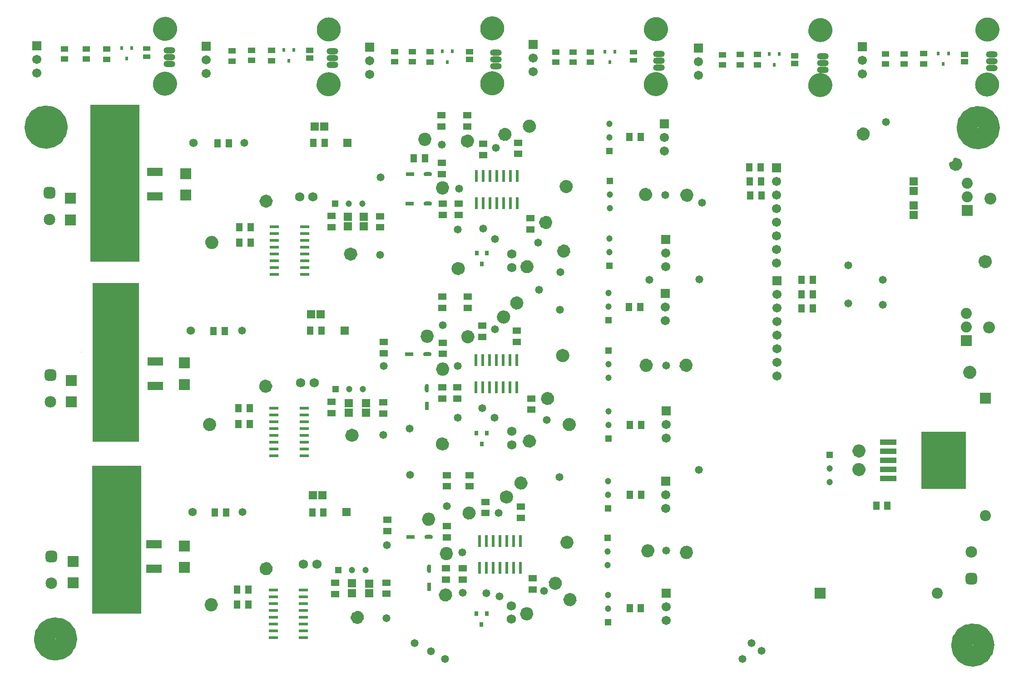
<source format=gts>
G04*
G04 #@! TF.GenerationSoftware,Altium Limited,Altium Designer,21.6.4 (81)*
G04*
G04 Layer_Color=8388736*
%FSLAX43Y43*%
%MOMM*%
G71*
G04*
G04 #@! TF.SameCoordinates,D99C284B-08BF-42AF-8A75-C17E97AEF409*
G04*
G04*
G04 #@! TF.FilePolarity,Negative*
G04*
G01*
G75*
%ADD20R,8.380X10.660*%
%ADD21R,3.050X1.016*%
%ADD22R,1.664X0.559*%
G04:AMPARAMS|DCode=23|XSize=1.607mm|YSize=0.762mm|CornerRadius=0.381mm|HoleSize=0mm|Usage=FLASHONLY|Rotation=0.000|XOffset=0mm|YOffset=0mm|HoleType=Round|Shape=RoundedRectangle|*
%AMROUNDEDRECTD23*
21,1,1.607,0.000,0,0,0.0*
21,1,0.845,0.762,0,0,0.0*
1,1,0.762,0.422,0.000*
1,1,0.762,-0.422,0.000*
1,1,0.762,-0.422,0.000*
1,1,0.762,0.422,0.000*
%
%ADD23ROUNDEDRECTD23*%
%ADD24R,1.607X0.762*%
%ADD25R,1.207X1.508*%
%ADD26R,1.505X1.556*%
%ADD27R,1.508X1.207*%
%ADD28R,1.556X1.505*%
%ADD29R,0.762X1.607*%
G04:AMPARAMS|DCode=30|XSize=1.607mm|YSize=0.762mm|CornerRadius=0.381mm|HoleSize=0mm|Usage=FLASHONLY|Rotation=90.000|XOffset=0mm|YOffset=0mm|HoleType=Round|Shape=RoundedRectangle|*
%AMROUNDEDRECTD30*
21,1,1.607,0.000,0,0,90.0*
21,1,0.845,0.762,0,0,90.0*
1,1,0.762,0.000,0.422*
1,1,0.762,0.000,-0.422*
1,1,0.762,0.000,-0.422*
1,1,0.762,0.000,0.422*
%
%ADD30ROUNDEDRECTD30*%
%ADD31R,0.600X0.700*%
%ADD32R,0.558X2.270*%
%ADD33R,2.000X2.000*%
%ADD34R,3.000X1.600*%
%ADD35R,6.200X5.800*%
%ADD36R,1.408X1.007*%
%ADD37R,1.350X0.950*%
%ADD38R,1.356X1.105*%
%ADD39C,4.000*%
%ADD40C,4.500*%
%ADD41R,9.119X29.337*%
%ADD42R,9.246X27.686*%
%ADD43R,8.724X29.608*%
%ADD44R,0.076X0.076*%
%ADD45C,0.965*%
%ADD46C,0.965*%
%ADD47R,0.803X0.903*%
%ADD48O,2.203X1.203*%
%ADD49O,2.203X1.203*%
%ADD50C,1.727*%
G04:AMPARAMS|DCode=51|XSize=2.153mm|YSize=2.153mm|CornerRadius=0.589mm|HoleSize=0mm|Usage=FLASHONLY|Rotation=270.000|XOffset=0mm|YOffset=0mm|HoleType=Round|Shape=RoundedRectangle|*
%AMROUNDEDRECTD51*
21,1,2.153,0.975,0,0,270.0*
21,1,0.975,2.153,0,0,270.0*
1,1,1.178,-0.488,-0.488*
1,1,1.178,-0.488,0.488*
1,1,1.178,0.488,0.488*
1,1,1.178,0.488,-0.488*
%
%ADD51ROUNDEDRECTD51*%
%ADD52C,2.153*%
%ADD53R,1.200X1.200*%
%ADD54C,1.200*%
%ADD55R,1.200X1.200*%
%ADD56R,1.703X1.703*%
%ADD57C,1.703*%
%ADD58R,2.050X2.050*%
%ADD59C,2.050*%
%ADD60C,2.203*%
%ADD61C,1.575*%
%ADD62R,1.575X1.575*%
%ADD63R,2.057X2.057*%
%ADD64C,2.057*%
%ADD65R,2.057X2.057*%
%ADD66C,1.473*%
D20*
X233995Y93802D02*
D03*
D21*
X223690Y97206D02*
D03*
Y95504D02*
D03*
Y93802D02*
D03*
Y92100D02*
D03*
Y90398D02*
D03*
D22*
X109137Y94666D02*
D03*
Y95936D02*
D03*
Y97206D02*
D03*
Y98476D02*
D03*
Y99746D02*
D03*
Y101016D02*
D03*
Y102286D02*
D03*
Y103556D02*
D03*
X114789D02*
D03*
Y102286D02*
D03*
Y101016D02*
D03*
Y99746D02*
D03*
Y98476D02*
D03*
Y97206D02*
D03*
Y95936D02*
D03*
Y94666D02*
D03*
X108991Y60655D02*
D03*
Y61925D02*
D03*
Y63195D02*
D03*
Y64465D02*
D03*
Y65735D02*
D03*
Y67005D02*
D03*
Y68275D02*
D03*
Y69545D02*
D03*
X114643D02*
D03*
Y68275D02*
D03*
Y67005D02*
D03*
Y65735D02*
D03*
Y64465D02*
D03*
Y63195D02*
D03*
Y61925D02*
D03*
Y60655D02*
D03*
X109188Y128499D02*
D03*
Y129769D02*
D03*
Y131039D02*
D03*
Y132309D02*
D03*
Y133579D02*
D03*
Y134849D02*
D03*
Y136119D02*
D03*
Y137389D02*
D03*
X114840D02*
D03*
Y136119D02*
D03*
Y134849D02*
D03*
Y133579D02*
D03*
Y132309D02*
D03*
Y131039D02*
D03*
Y129769D02*
D03*
Y128499D02*
D03*
D23*
X137794Y141681D02*
D03*
X137820Y147244D02*
D03*
X137973Y79477D02*
D03*
X137693Y113589D02*
D03*
D24*
X134443Y141681D02*
D03*
X134468Y147244D02*
D03*
X134622Y79477D02*
D03*
X134341Y113589D02*
D03*
D25*
X177454Y122428D02*
D03*
X175352D02*
D03*
X116272Y84099D02*
D03*
X118373D02*
D03*
X116500Y153086D02*
D03*
X118602D02*
D03*
X115891Y117983D02*
D03*
X117992D02*
D03*
X177555Y66192D02*
D03*
X175454D02*
D03*
X177565Y87376D02*
D03*
X175463D02*
D03*
X177590Y100432D02*
D03*
X175489D02*
D03*
X221428Y85369D02*
D03*
X223529D02*
D03*
X197958Y143231D02*
D03*
X200060D02*
D03*
X197857Y145872D02*
D03*
X199958D02*
D03*
X199857Y148463D02*
D03*
X197755D02*
D03*
X177505Y154127D02*
D03*
X175403D02*
D03*
X100730Y153010D02*
D03*
X98628D02*
D03*
X102683Y134468D02*
D03*
X104784D02*
D03*
X99942Y117932D02*
D03*
X97841D02*
D03*
X102546Y103505D02*
D03*
X104648D02*
D03*
X102505Y100584D02*
D03*
X104607D02*
D03*
X100187Y84099D02*
D03*
X98085D02*
D03*
X102267Y69672D02*
D03*
X104369D02*
D03*
X102292Y66853D02*
D03*
X104394D02*
D03*
X135169Y150190D02*
D03*
X137271D02*
D03*
X207509Y127457D02*
D03*
X209610D02*
D03*
X207509Y122174D02*
D03*
X209610D02*
D03*
X207509Y124790D02*
D03*
X209610D02*
D03*
X102657Y137287D02*
D03*
X104759D02*
D03*
D26*
X118489Y156108D02*
D03*
X116688D02*
D03*
X118161Y87300D02*
D03*
X116359D02*
D03*
X117856Y121031D02*
D03*
X116054D02*
D03*
D27*
X120523Y70961D02*
D03*
Y68859D02*
D03*
X130099Y70977D02*
D03*
Y68875D02*
D03*
X130277Y80610D02*
D03*
Y82712D02*
D03*
X157099Y103242D02*
D03*
Y105343D02*
D03*
X155169Y83074D02*
D03*
Y85176D02*
D03*
X148565Y83938D02*
D03*
Y86039D02*
D03*
X141326Y79416D02*
D03*
Y81518D02*
D03*
X144297Y71542D02*
D03*
Y73644D02*
D03*
X141224Y73619D02*
D03*
Y71517D02*
D03*
X157378Y71748D02*
D03*
Y69647D02*
D03*
X119837Y104683D02*
D03*
Y102581D02*
D03*
X129515Y104657D02*
D03*
Y102556D02*
D03*
X140538Y107451D02*
D03*
Y105350D02*
D03*
X143307D02*
D03*
Y107451D02*
D03*
X140640Y113656D02*
D03*
Y115757D02*
D03*
X147930Y116846D02*
D03*
Y118948D02*
D03*
X154407Y115891D02*
D03*
Y117992D02*
D03*
X154686Y150994D02*
D03*
Y153095D02*
D03*
X140386Y156150D02*
D03*
Y158251D02*
D03*
X156972Y136897D02*
D03*
Y138998D02*
D03*
X143535Y139640D02*
D03*
Y141741D02*
D03*
X140564Y141716D02*
D03*
Y139614D02*
D03*
X128930Y139379D02*
D03*
Y137278D02*
D03*
X119863Y137319D02*
D03*
Y139421D02*
D03*
X145567Y88941D02*
D03*
Y91043D02*
D03*
X141402Y88941D02*
D03*
Y91043D02*
D03*
X145288Y122231D02*
D03*
Y124333D02*
D03*
X140538Y122241D02*
D03*
Y124342D02*
D03*
X148133Y152892D02*
D03*
X140437Y147260D02*
D03*
Y149361D02*
D03*
X148133Y150790D02*
D03*
X145186Y156150D02*
D03*
Y158251D02*
D03*
X129616Y113808D02*
D03*
Y115910D02*
D03*
D28*
X123673Y69014D02*
D03*
Y70815D02*
D03*
X126924Y70776D02*
D03*
Y68975D02*
D03*
X123038Y104482D02*
D03*
Y102680D02*
D03*
X126314Y102655D02*
D03*
Y104457D02*
D03*
X228422Y141388D02*
D03*
Y139587D02*
D03*
Y144096D02*
D03*
Y145898D02*
D03*
X125908Y137453D02*
D03*
Y139255D02*
D03*
X122885D02*
D03*
Y137453D02*
D03*
D29*
X138049Y70206D02*
D03*
X137668Y103938D02*
D03*
D30*
X138049Y73558D02*
D03*
X137668Y107289D02*
D03*
D31*
X82611Y170799D02*
D03*
X80711D02*
D03*
X81661Y168799D02*
D03*
X112852Y170409D02*
D03*
X110952D02*
D03*
X111902Y168409D02*
D03*
X142403Y170139D02*
D03*
X140503D02*
D03*
X141453Y168139D02*
D03*
X172720Y170104D02*
D03*
X170820D02*
D03*
X171770Y168104D02*
D03*
X203378Y169621D02*
D03*
X201478D02*
D03*
X202428Y167621D02*
D03*
X234884Y169758D02*
D03*
X232984D02*
D03*
X233934Y167758D02*
D03*
D32*
X153238Y141834D02*
D03*
X151968D02*
D03*
X150698D02*
D03*
X149428D02*
D03*
X148158D02*
D03*
X146888D02*
D03*
Y146862D02*
D03*
X148158D02*
D03*
X149428D02*
D03*
X150698D02*
D03*
X151968D02*
D03*
X154508Y141834D02*
D03*
X153238Y146862D02*
D03*
X154508D02*
D03*
X154432Y107442D02*
D03*
X153162D02*
D03*
X151892D02*
D03*
X150622D02*
D03*
X149352D02*
D03*
X148082D02*
D03*
X146812D02*
D03*
Y112470D02*
D03*
X148082D02*
D03*
X149352D02*
D03*
X150622D02*
D03*
X151892D02*
D03*
X153162D02*
D03*
X154432D02*
D03*
X155067Y73712D02*
D03*
X153797D02*
D03*
X152527D02*
D03*
X151257D02*
D03*
X149987D02*
D03*
X148717D02*
D03*
X147447D02*
D03*
Y78740D02*
D03*
X148717D02*
D03*
X149987D02*
D03*
X151257D02*
D03*
X152527D02*
D03*
X153797D02*
D03*
X155067D02*
D03*
D33*
X92456Y77819D02*
D03*
Y73819D02*
D03*
X92405Y111957D02*
D03*
Y107957D02*
D03*
X92685Y147313D02*
D03*
Y143313D02*
D03*
X71679Y70923D02*
D03*
Y74923D02*
D03*
X71374Y104731D02*
D03*
Y108731D02*
D03*
X71196Y142691D02*
D03*
Y138691D02*
D03*
D34*
X86973Y112292D02*
D03*
Y107722D02*
D03*
X86744Y78104D02*
D03*
Y73534D02*
D03*
X86952Y147624D02*
D03*
Y143054D02*
D03*
D35*
X79883Y110007D02*
D03*
X79654Y75819D02*
D03*
X79862Y145339D02*
D03*
D36*
X70053Y168696D02*
D03*
Y170597D02*
D03*
X74143D02*
D03*
Y168696D02*
D03*
X77953Y170547D02*
D03*
Y168645D02*
D03*
X108687Y170293D02*
D03*
Y168391D02*
D03*
X104978Y170369D02*
D03*
Y168467D02*
D03*
X101321Y168340D02*
D03*
Y170242D02*
D03*
X138201Y170064D02*
D03*
Y168162D02*
D03*
X134925Y170115D02*
D03*
Y168213D02*
D03*
X131597Y168188D02*
D03*
Y170089D02*
D03*
X168123Y170013D02*
D03*
Y168112D02*
D03*
X164871Y170013D02*
D03*
Y168112D02*
D03*
X161696D02*
D03*
Y170013D02*
D03*
X192761Y167604D02*
D03*
Y169505D02*
D03*
X199238Y169556D02*
D03*
Y167654D02*
D03*
X196037Y169531D02*
D03*
Y167629D02*
D03*
X223164Y167767D02*
D03*
Y169669D02*
D03*
X226593Y169683D02*
D03*
Y167781D02*
D03*
X230276Y169708D02*
D03*
Y167807D02*
D03*
D37*
X85369Y169151D02*
D03*
Y170651D02*
D03*
X176174Y168465D02*
D03*
Y169965D02*
D03*
D38*
X115799Y168920D02*
D03*
Y170322D02*
D03*
X145567Y168677D02*
D03*
Y170078D02*
D03*
X206248Y167904D02*
D03*
Y169306D02*
D03*
X237896Y168209D02*
D03*
Y169611D02*
D03*
D39*
X70450Y60452D02*
G03*
X70450Y60452I-2048J0D01*
G01*
X241468Y59309D02*
G03*
X241468Y59309I-2048J0D01*
G01*
X242484Y155905D02*
G03*
X242484Y155905I-2048J0D01*
G01*
X68698Y156007D02*
G03*
X68698Y156007I-2048J0D01*
G01*
D40*
X242113Y163957D02*
G03*
X242113Y163957I-25J0D01*
G01*
X242164Y174219D02*
G03*
X242164Y174219I-25J0D01*
G01*
X210998Y163855D02*
G03*
X210998Y163855I-25J0D01*
G01*
X211023Y174117D02*
G03*
X211023Y174117I-25J0D01*
G01*
X180340Y164033D02*
G03*
X180340Y164033I-25J0D01*
G01*
X180365Y174295D02*
G03*
X180365Y174295I-25J0D01*
G01*
X149835Y164186D02*
G03*
X149835Y164186I-25J0D01*
G01*
Y174447D02*
G03*
X149835Y174447I-25J0D01*
G01*
X119355Y174244D02*
G03*
X119355Y174244I-25J0D01*
G01*
X119329Y164008D02*
G03*
X119329Y164008I-25J0D01*
G01*
X88824Y164109D02*
G03*
X88824Y164109I-25J0D01*
G01*
X88849Y174346D02*
G03*
X88849Y174346I-25J0D01*
G01*
D41*
X79438Y145525D02*
D03*
D42*
X79781Y78994D02*
D03*
D43*
X79622Y112111D02*
D03*
D44*
X73241Y113957D02*
D03*
D45*
X162182Y113390D02*
G03*
X162182Y113389I784J-30D01*
G01*
D02*
G03*
X163751Y113360I784J-29D01*
G01*
X163751Y113366D02*
G03*
X162187Y113452I-785J-6D01*
G01*
Y113452D02*
G03*
X162182Y113390I779J-92D01*
G01*
X239565Y109863D02*
G03*
X239647Y110211I-704J348D01*
G01*
D02*
G03*
X238514Y110914I-785J0D01*
G01*
X238077Y110205D02*
G03*
X239565Y109863I785J6D01*
G01*
X238514Y110914D02*
G03*
X238077Y110211I348J-704D01*
G01*
X179220Y143434D02*
G03*
X179220Y143447I-785J0D01*
G01*
X179141Y143092D02*
G03*
X179220Y143434I-706J342D01*
G01*
X178473Y142650D02*
G03*
X179141Y143092I-38J784D01*
G01*
X177650Y143428D02*
G03*
X178473Y142650I785J6D01*
G01*
X179220Y143447D02*
G03*
X178473Y144218I-785J-13D01*
G01*
X177766Y143844D02*
G03*
X177650Y143434I669J-411D01*
G01*
X178473Y144218D02*
G03*
X177766Y143844I-38J-784D01*
G01*
X151691Y86944D02*
G03*
X153261Y86944I785J0D01*
G01*
X153261Y86950D02*
G03*
X151691Y86944I-785J-6D01*
G01*
X155984Y156179D02*
G03*
X157551Y156248I785J6D01*
G01*
D02*
G03*
X156915Y156956I-782J-64D01*
G01*
D02*
G03*
X155984Y156185I-146J-771D01*
G01*
X152629Y120929D02*
G03*
X151943Y121333I-686J-381D01*
G01*
X151231Y120218D02*
G03*
X152629Y120929I712J330D01*
G01*
X151158Y120548D02*
G03*
X151231Y120218I785J0D01*
G01*
X151160Y120599D02*
G03*
X151158Y120548I783J-51D01*
G01*
X151257Y120929D02*
G03*
X151160Y120599I686J-381D01*
G01*
X151937Y121333D02*
G03*
X151257Y120929I6J-785D01*
G01*
X154608Y123923D02*
G03*
X154407Y123950I-201J-759D01*
G01*
X154401Y123949D02*
G03*
X155192Y123165I6J-785D01*
G01*
D02*
G03*
X154608Y123923I-785J0D01*
G01*
X97429Y67612D02*
G03*
X97434Y67612I6J-785D01*
G01*
X97124Y101267D02*
G03*
X97685Y99927I6J-785D01*
G01*
D02*
G03*
X97130Y101267I-555J555D01*
G01*
X98327Y134473D02*
G03*
X97923Y135154I-785J-6D01*
G01*
D02*
G03*
X97160Y135153I-381J-686D01*
G01*
X97923Y133781D02*
G03*
X98327Y134468I-381J686D01*
G01*
X96987Y135023D02*
G03*
X96885Y134896I555J-555D01*
G01*
D02*
G03*
X96777Y134642I657J-429D01*
G01*
D02*
G03*
X96757Y134468I765J-175D01*
G01*
D02*
G03*
X96966Y133934I785J0D01*
G01*
X97160Y135153D02*
G03*
X96987Y135023I382J-686D01*
G01*
X96966Y133934D02*
G03*
X97542Y133683I576J533D01*
G01*
D02*
G03*
X97923Y133781I0J785D01*
G01*
X107671Y141379D02*
G03*
X107709Y141380I0J785D01*
G01*
X106889Y142231D02*
G03*
X106886Y142164I782J-68D01*
G01*
X107639Y141380D02*
G03*
X107671Y141379I32J784D01*
G01*
X107709Y141380D02*
G03*
X107632Y142948I-38J784D01*
G01*
X106886Y142158D02*
G03*
X107639Y141380I785J6D01*
G01*
X107632Y142948D02*
G03*
X106889Y142231I38J-784D01*
G01*
X108379Y107620D02*
G03*
X107594Y108405I-785J0D01*
G01*
X107264Y108332D02*
G03*
X107039Y108175I330J-712D01*
G01*
X107594Y106835D02*
G03*
X108379Y107620I0J785D01*
G01*
X107039Y108175D02*
G03*
X107594Y106835I555J-555D01*
G01*
X107589Y108405D02*
G03*
X107556Y108404I6J-785D01*
G01*
D02*
G03*
X107264Y108332I38J-784D01*
G01*
X124228Y99031D02*
G03*
X123673Y99261I-555J-555D01*
G01*
X124456Y98425D02*
G03*
X124228Y99031I-783J51D01*
G01*
X122888Y98476D02*
G03*
X122889Y98425I785J0D01*
G01*
Y98425D02*
G03*
X124456Y98425I783J51D01*
G01*
X123667Y99261D02*
G03*
X122888Y98476I6J-785D01*
G01*
X107665Y74343D02*
G03*
X108113Y74207I6J-785D01*
G01*
D02*
G03*
X107975Y74282I-442J-648D01*
G01*
D02*
G03*
X107747Y74340I-305J-723D01*
G01*
D02*
G03*
X107671Y74343I-76J-781D01*
G01*
X123885Y64364D02*
G03*
X125442Y64364I778J102D01*
G01*
D02*
G03*
X124663Y65250I-778J102D01*
G01*
X124658Y65250D02*
G03*
X123878Y64465I6J-785D01*
G01*
X123880Y64414D02*
G03*
X123885Y64364I783J51D01*
G01*
X123878Y64465D02*
G03*
X123880Y64414I785J0D01*
G01*
X140337Y68656D02*
G03*
X140338Y68626I785J0D01*
G01*
D02*
G03*
X141122Y69441I784J31D01*
G01*
X140339Y68705D02*
G03*
X140337Y68656I783J-48D01*
G01*
X140344Y68758D02*
G03*
X140339Y68705I778J-102D01*
G01*
X141117Y69441D02*
G03*
X140344Y68758I6J-785D01*
G01*
X141269Y77163D02*
G03*
X141275Y77163I6J-785D01*
G01*
X137967Y83589D02*
G03*
X137973Y83589I6J-785D01*
G01*
X145511Y84732D02*
G03*
X144745Y83801I6J-785D01*
G01*
D02*
G03*
X145517Y84732I771J146D01*
G01*
X140133Y97522D02*
G03*
X139753Y96850I406J-672D01*
G01*
X140533Y97635D02*
G03*
X140133Y97522I6J-785D01*
G01*
X139753Y96850D02*
G03*
X141323Y96850I785J0D01*
G01*
D02*
G03*
X140538Y97635I-785J0D01*
G01*
X140583Y111605D02*
G03*
X140589Y111605I6J-785D01*
G01*
X137688Y117752D02*
G03*
X137693Y117752I6J-785D01*
G01*
X144505Y116815D02*
G03*
X145288Y117650I783J51D01*
G01*
X144766Y117452D02*
G03*
X144505Y116815I522J-586D01*
G01*
X145282Y117650D02*
G03*
X144766Y117452I6J-785D01*
G01*
X142700Y129585D02*
G03*
X142703Y129515I785J6D01*
G01*
D02*
G03*
X142700Y129591I781J76D01*
G01*
X140558Y145438D02*
G03*
X140564Y145438I6J-785D01*
G01*
X152117Y155416D02*
G03*
X151412Y154635I79J-781D01*
G01*
X151426Y154489D02*
G03*
X152197Y155420I771J146D01*
G01*
X151412Y154635D02*
G03*
X151426Y154489I785J0D01*
G01*
X152191Y155420D02*
G03*
X152117Y155416I6J-785D01*
G01*
X159006Y138201D02*
G03*
X159791Y137416I785J0D01*
G01*
D02*
G03*
X159791Y138986I0J785D01*
G01*
X159786Y138986D02*
G03*
X159006Y138201I6J-785D01*
G01*
X155527Y129941D02*
G03*
X156166Y130718I785J6D01*
G01*
D02*
G03*
X155527Y129946I146J-771D01*
G01*
X160141Y106119D02*
G03*
X159903Y106080I6J-785D01*
G01*
X159499Y105776D02*
G03*
X160147Y106119I648J-442D01*
G01*
X159903Y106080D02*
G03*
X159499Y105776I244J-746D01*
G01*
X156007Y97195D02*
G03*
X157551Y97447I762J189D01*
G01*
X155984Y97384D02*
G03*
X156007Y97195I785J0D01*
G01*
X156152Y97869D02*
G03*
X155984Y97384I617J-485D01*
G01*
X156763Y98168D02*
G03*
X156152Y97869I6J-785D01*
G01*
X157551Y97447D02*
G03*
X156769Y98169I-782J-64D01*
G01*
X155188Y90345D02*
G03*
X155979Y89560I6J-785D01*
G01*
D02*
G03*
X155194Y90345I-785J0D01*
G01*
X156261Y64366D02*
G03*
X156407Y65922I0J785D01*
G01*
D02*
G03*
X156261Y65936I-146J-771D01*
G01*
X156255Y65936D02*
G03*
X156261Y64366I6J-785D01*
G01*
X161589Y71625D02*
G03*
X160824Y70986I6J-785D01*
G01*
D02*
G03*
X161595Y71626I771J-146D01*
G01*
X163528Y67793D02*
G03*
X164313Y68578I785J0D01*
G01*
X163528Y67813D02*
G03*
X163528Y67793I785J-21D01*
G01*
X164307Y68577D02*
G03*
X163528Y67813I6J-785D01*
G01*
X162969Y78507D02*
G03*
X163754Y79271I785J-21D01*
G01*
X163748Y79271D02*
G03*
X162969Y78507I6J-785D01*
G01*
X163401Y100482D02*
G03*
X164186Y101267I785J0D01*
G01*
X163772Y101150D02*
G03*
X163401Y100482I414J-667D01*
G01*
X164180Y101267D02*
G03*
X163772Y101150I6J-785D01*
G01*
X163139Y133652D02*
G03*
X162359Y132867I6J-785D01*
G01*
D02*
G03*
X163144Y133652I785J0D01*
G01*
X163621Y145692D02*
G03*
X163269Y145605I6J-785D01*
G01*
X162842Y144907D02*
G03*
X163627Y145692I785J0D01*
G01*
X162843Y144953D02*
G03*
X162842Y144907I784J-46D01*
G01*
X163269Y145605D02*
G03*
X162843Y144953I358J-698D01*
G01*
X185321Y143276D02*
G03*
X186106Y142496I785J6D01*
G01*
Y144066D02*
G03*
X185363Y143536I0J-785D01*
G01*
X186106Y142496D02*
G03*
X186106Y144066I0J785D01*
G01*
X185363Y143536D02*
G03*
X185321Y143281I742J-255D01*
G01*
X235460Y149073D02*
G03*
X235597Y148630I785J0D01*
G01*
Y148630D02*
G03*
X235650Y148561I648J442D01*
G01*
X235690Y148518D02*
G03*
X237030Y149073I555J555D01*
G01*
X235650Y148561D02*
G03*
X235690Y148518I595J512D01*
G01*
X237030Y149078D02*
G03*
X236245Y149858I-785J-6D01*
G01*
X235951Y149300D02*
G03*
X235935Y149332I-682J-341D01*
G01*
X218993Y155496D02*
G03*
X218796Y155470I6J-785D01*
G01*
X218970Y153927D02*
G03*
X219554Y154156I29J784D01*
G01*
D02*
G03*
X218999Y155496I-555J555D01*
G01*
X218796Y155470D02*
G03*
X218970Y153927I203J-758D01*
G01*
X241586Y130115D02*
G03*
X242287Y130331I146J771D01*
G01*
D02*
G03*
X242505Y131020I-555J555D01*
G01*
X240947Y130881D02*
G03*
X241586Y130115I785J6D01*
G01*
X242505Y131020D02*
G03*
X240947Y130886I-773J-134D01*
G01*
X218192Y91290D02*
G03*
X217407Y91981I-6J785D01*
G01*
D02*
G03*
X218186Y91290I779J94D01*
G01*
X217433Y95632D02*
G03*
X217426Y95529I778J-103D01*
G01*
D02*
G03*
X217656Y94974I785J0D01*
G01*
X217656Y94974D02*
G03*
X218211Y94744I555J555D01*
G01*
X218217Y94745D02*
G03*
X218766Y94974I-6J785D01*
G01*
X218217Y94745D02*
G03*
X218766Y94974I-6J785D01*
G01*
X218592Y96216D02*
G03*
X218224Y96314I-381J-686D01*
G01*
X218211Y96314D02*
G03*
X217881Y96241I0J-785D01*
G01*
X218224Y96314D02*
G03*
X218211Y96314I-13J-785D01*
G01*
X218766Y94974D02*
G03*
X218996Y95529I-555J555D01*
G01*
X218766Y94974D02*
G03*
X218996Y95529I-555J555D01*
G01*
X217656Y96084D02*
G03*
X217433Y95632I555J-555D01*
G01*
X218996Y95529D02*
G03*
X218592Y96216I-785J0D01*
G01*
X217720Y96141D02*
G03*
X217656Y96084I492J-612D01*
G01*
X217881Y96241D02*
G03*
X217720Y96141I331J-712D01*
G01*
X179624Y76822D02*
G03*
X178854Y77671I-782J64D01*
G01*
X178829Y76101D02*
G03*
X179624Y76822I13J785D01*
G01*
X178836Y77671D02*
G03*
X178829Y76101I6J-785D01*
G01*
X178854Y77671D02*
G03*
X178841Y77671I-13J-785D01*
G01*
X179194Y111102D02*
G03*
X179316Y111625I-657J430D01*
G01*
X178537Y110746D02*
G03*
X179194Y111102I0J785D01*
G01*
X178499Y112315D02*
G03*
X178537Y110746I38J-784D01*
G01*
X178692Y112301D02*
G03*
X178537Y112316I-155J-769D01*
G01*
X179316Y111625D02*
G03*
X178692Y112301I-779J-94D01*
G01*
X178521Y112316D02*
G03*
X178499Y112315I16J-785D01*
G01*
X178531Y112316D02*
G03*
X178521Y112316I6J-785D01*
G01*
X186131Y110764D02*
G03*
X185965Y112316I-167J767D01*
G01*
Y110746D02*
G03*
X186131Y110764I-0J785D01*
G01*
X185959Y112316D02*
G03*
X185863Y112310I6J-785D01*
G01*
X185714Y112275D02*
G03*
X185965Y110746I250J-744D01*
G01*
X185863Y112310D02*
G03*
X185714Y112275I102J-778D01*
G01*
X186035Y75816D02*
G03*
X186176Y77373I0J785D01*
G01*
X186030Y77386D02*
G03*
X186035Y75816I6J-785D01*
G01*
X186106Y77383D02*
G03*
X186035Y77386I-71J-782D01*
G01*
X186176Y77373D02*
G03*
X186106Y77383I-141J-772D01*
G01*
X145889Y153771D02*
G03*
X145202Y154175I-686J-381D01*
G01*
X145889Y153771D02*
G03*
X145202Y154175I-686J-381D01*
G01*
X145889Y153771D02*
G03*
X145202Y154175I-686J-381D01*
G01*
X145889Y153771D02*
G03*
X145202Y154175I-686J-381D01*
G01*
X144647Y152836D02*
G03*
X144647Y152835I556J554D01*
G01*
X144647Y152835D02*
G03*
X144651Y152832I555J555D01*
G01*
X144651Y152832D02*
G03*
X144656Y152826I551J559D01*
G01*
X145757Y152835D02*
G03*
X145981Y153289I-555J555D01*
G01*
D02*
G03*
X145986Y153356I-778J102D01*
G01*
D02*
G03*
X145987Y153390I-784J35D01*
G01*
D02*
G03*
X145937Y153668I-785J0D01*
G01*
X144647Y153945D02*
G03*
X144516Y153771I556J-554D01*
G01*
X145754Y152832D02*
G03*
X145757Y152835I-551J559D01*
G01*
X145937Y153668D02*
G03*
X145889Y153771I-734J-277D01*
G01*
X145197Y154175D02*
G03*
X144647Y153945I6J-785D01*
G01*
X144656Y152826D02*
G03*
X145202Y152605I546J564D01*
G01*
D02*
G03*
X145754Y152832I0J785D01*
G01*
X144419Y153435D02*
G03*
X144647Y152836I784J-45D01*
G01*
X144516Y153771D02*
G03*
X144419Y153435I686J-381D01*
G01*
X122875Y132855D02*
G03*
X122871Y132851I551J-559D01*
G01*
X122675Y132525D02*
G03*
X122668Y132499I751J-229D01*
G01*
D02*
G03*
X122661Y132474I758J-203D01*
G01*
X123977Y132855D02*
G03*
X123426Y133081I-551J-559D01*
G01*
X123420Y133081D02*
G03*
X122875Y132855I6J-785D01*
G01*
X122871Y132851D02*
G03*
X122740Y132677I555J-555D01*
G01*
D02*
G03*
X122726Y132652I686J-381D01*
G01*
D02*
G03*
X122675Y132525I700J-356D01*
G01*
X124211Y132296D02*
G03*
X124112Y132677I-785J0D01*
G01*
X124201Y132173D02*
G03*
X124211Y132296I-775J123D01*
G01*
X123426Y131511D02*
G03*
X124201Y132173I0J785D01*
G01*
X123401Y131511D02*
G03*
X123426Y131511I25J785D01*
G01*
X124112Y132677D02*
G03*
X123977Y132855I-686J-381D01*
G01*
X122871Y131741D02*
G03*
X123401Y131511I555J555D01*
G01*
X122661Y132474D02*
G03*
X122641Y132296I765J-178D01*
G01*
D02*
G03*
X122871Y131741I785J0D01*
G01*
X137256Y154506D02*
G03*
X137262Y154506I6J-785D01*
G01*
D46*
X144647Y153945D02*
D03*
D47*
X147828Y63186D02*
D03*
X146878Y65186D02*
D03*
X148778D02*
D03*
X147853Y96866D02*
D03*
X146903Y98866D02*
D03*
X148803D02*
D03*
X147904Y130496D02*
D03*
X146954Y132496D02*
D03*
X148854D02*
D03*
D48*
X89611Y170307D02*
D03*
Y167767D02*
D03*
X119990Y170205D02*
D03*
Y167665D02*
D03*
X150470Y169951D02*
D03*
Y167411D02*
D03*
X180873Y169697D02*
D03*
Y167157D02*
D03*
X242976Y169545D02*
D03*
Y167005D02*
D03*
X211455Y169240D02*
D03*
Y166700D02*
D03*
D49*
X89611Y169037D02*
D03*
X119990Y168935D02*
D03*
X150470Y168681D02*
D03*
X180873Y168427D02*
D03*
X242976Y168275D02*
D03*
X211455Y167970D02*
D03*
D50*
X162966Y113360D02*
D03*
X238862Y110211D02*
D03*
X178435Y143434D02*
D03*
X152476Y86944D02*
D03*
X156769Y156185D02*
D03*
X151943Y120548D02*
D03*
X154407Y123165D02*
D03*
X97434Y66827D02*
D03*
X97130Y100482D02*
D03*
X97542Y134468D02*
D03*
X107671Y142164D02*
D03*
X107594Y107620D02*
D03*
X123673Y98476D02*
D03*
X107671Y73558D02*
D03*
X124663Y64465D02*
D03*
X141122Y68656D02*
D03*
X141275Y76378D02*
D03*
X137973Y82804D02*
D03*
X145517Y83947D02*
D03*
X140538Y96850D02*
D03*
X140589Y110820D02*
D03*
X137693Y116967D02*
D03*
X145288Y116865D02*
D03*
X143485Y129591D02*
D03*
X140564Y144653D02*
D03*
X152197Y154635D02*
D03*
X159791Y138201D02*
D03*
X156312Y129946D02*
D03*
X160147Y105334D02*
D03*
X156769Y97384D02*
D03*
X155194Y89560D02*
D03*
X156261Y65151D02*
D03*
X161595Y70841D02*
D03*
X164313Y67793D02*
D03*
X163754Y78486D02*
D03*
X164186Y100482D02*
D03*
X163144Y132867D02*
D03*
X163627Y144907D02*
D03*
X186106Y143281D02*
D03*
X236245Y149073D02*
D03*
X218999Y154711D02*
D03*
X241732Y130886D02*
D03*
X218186Y92075D02*
D03*
X218211Y95529D02*
D03*
X178841Y76886D02*
D03*
X178537Y111531D02*
D03*
X185965D02*
D03*
X186035Y76601D02*
D03*
X145202Y153390D02*
D03*
X123426Y132296D02*
D03*
X137262Y153721D02*
D03*
X153391Y64124D02*
D03*
Y66624D02*
D03*
X153467Y99198D02*
D03*
Y96698D02*
D03*
Y129794D02*
D03*
Y132294D02*
D03*
X114630Y74447D02*
D03*
X117130D02*
D03*
X114111Y108255D02*
D03*
X116611D02*
D03*
X113919Y143002D02*
D03*
X116419D02*
D03*
X162966Y113360D02*
D03*
X178435Y143434D02*
D03*
X152476Y86944D02*
D03*
X156769Y156185D02*
D03*
X151943Y120548D02*
D03*
X154407Y123165D02*
D03*
X97434Y66827D02*
D03*
X107671Y73558D02*
D03*
X124663Y64465D02*
D03*
X141122Y68656D02*
D03*
X141275Y76378D02*
D03*
X137973Y82804D02*
D03*
X145517Y83947D02*
D03*
X140538Y96850D02*
D03*
X140589Y110820D02*
D03*
X137693Y116967D02*
D03*
X145288Y116865D02*
D03*
X143485Y129591D02*
D03*
X140564Y144653D02*
D03*
X152197Y154635D02*
D03*
X159791Y138201D02*
D03*
X156312Y129946D02*
D03*
X160147Y105334D02*
D03*
X156769Y97384D02*
D03*
X155194Y89560D02*
D03*
X156261Y65151D02*
D03*
X161595Y70841D02*
D03*
X164313Y67793D02*
D03*
X163754Y78486D02*
D03*
X164186Y100482D02*
D03*
X163144Y132867D02*
D03*
X163627Y144907D02*
D03*
X186106Y143281D02*
D03*
X218999Y154711D02*
D03*
X178841Y76886D02*
D03*
X178537Y111531D02*
D03*
X185965D02*
D03*
X186035Y76601D02*
D03*
X137262Y153721D02*
D03*
D51*
X67412Y109750D02*
D03*
X239124Y71668D02*
D03*
X67251Y143750D02*
D03*
X67581Y75881D02*
D03*
D52*
X67412Y104750D02*
D03*
X239124Y76668D02*
D03*
X67251Y138750D02*
D03*
X67581Y70881D02*
D03*
D53*
X171425Y63602D02*
D03*
X171379Y79299D02*
D03*
X171425Y84785D02*
D03*
X171526Y97892D02*
D03*
Y114249D02*
D03*
Y119939D02*
D03*
X171648Y130124D02*
D03*
X171755Y145974D02*
D03*
X171679Y151511D02*
D03*
X212776Y94793D02*
D03*
D54*
X171425Y66142D02*
D03*
Y68682D02*
D03*
X171379Y74219D02*
D03*
Y76759D02*
D03*
X171425Y89865D02*
D03*
Y87325D02*
D03*
X171526Y102972D02*
D03*
Y100432D02*
D03*
Y109169D02*
D03*
Y111709D02*
D03*
Y125019D02*
D03*
Y122479D02*
D03*
X171648Y135204D02*
D03*
Y132664D02*
D03*
X171755Y140894D02*
D03*
Y143434D02*
D03*
X171679Y156591D02*
D03*
Y154051D02*
D03*
X123698Y73279D02*
D03*
X126238D02*
D03*
X125679Y107066D02*
D03*
X123139D02*
D03*
X212776Y89713D02*
D03*
Y92253D02*
D03*
X125578Y141757D02*
D03*
X123038D02*
D03*
D55*
X121158Y73279D02*
D03*
X120599Y107066D02*
D03*
X120498Y141757D02*
D03*
D56*
X181961Y156642D02*
D03*
X202941Y127356D02*
D03*
X182143Y135052D02*
D03*
X182118Y124943D02*
D03*
X182296Y69012D02*
D03*
X182194Y89865D02*
D03*
X182296Y102997D02*
D03*
X202844Y148412D02*
D03*
X64922Y171171D02*
D03*
X96515Y171120D02*
D03*
X126944Y170891D02*
D03*
X157475Y171450D02*
D03*
X218821Y170993D02*
D03*
X188285Y170790D02*
D03*
D57*
X181961Y154102D02*
D03*
Y151562D02*
D03*
X202941Y109576D02*
D03*
Y112116D02*
D03*
Y117196D02*
D03*
Y122276D02*
D03*
Y124816D02*
D03*
Y119736D02*
D03*
Y114656D02*
D03*
X182143Y132512D02*
D03*
Y129972D02*
D03*
X182118Y122403D02*
D03*
Y119863D02*
D03*
X182296Y66472D02*
D03*
Y63932D02*
D03*
X182194Y87325D02*
D03*
Y84785D02*
D03*
X182296Y100457D02*
D03*
Y97917D02*
D03*
X202844Y135712D02*
D03*
Y140792D02*
D03*
Y145872D02*
D03*
Y143332D02*
D03*
Y138252D02*
D03*
Y133172D02*
D03*
Y130632D02*
D03*
X64922Y166091D02*
D03*
Y168631D02*
D03*
X96515Y166040D02*
D03*
Y168580D02*
D03*
X126944Y165811D02*
D03*
Y168351D02*
D03*
X157475Y166370D02*
D03*
Y168910D02*
D03*
X218821Y165913D02*
D03*
Y168453D02*
D03*
X188285Y165710D02*
D03*
Y168250D02*
D03*
D58*
X238252Y116185D02*
D03*
X238354Y140442D02*
D03*
D59*
X238252Y118720D02*
D03*
Y121260D02*
D03*
X238354Y145517D02*
D03*
Y142977D02*
D03*
D60*
X242743Y142660D02*
D03*
X242468Y118643D02*
D03*
D61*
X94158Y153035D02*
D03*
X93574Y117983D02*
D03*
X93955Y84176D02*
D03*
D62*
X122860Y153035D02*
D03*
X122276Y117983D02*
D03*
X122657Y84176D02*
D03*
D63*
X241808Y105359D02*
D03*
D64*
Y83464D02*
D03*
X232842Y68986D02*
D03*
D65*
X210947D02*
D03*
D66*
X151054Y83998D02*
D03*
X188316Y91999D02*
D03*
X144323Y69113D02*
D03*
X130200Y77978D02*
D03*
X143440Y101721D02*
D03*
X129565Y111379D02*
D03*
X134442Y99746D02*
D03*
X129007Y146634D02*
D03*
X143408Y136906D02*
D03*
X223215Y156947D02*
D03*
X198171Y59715D02*
D03*
X200000Y58268D02*
D03*
X196444Y56744D02*
D03*
X141036Y56693D02*
D03*
X138442Y58141D02*
D03*
X135372Y59665D02*
D03*
X134468Y91084D02*
D03*
X103276Y84150D02*
D03*
X103175Y118034D02*
D03*
X103607Y153060D02*
D03*
X222631Y122809D02*
D03*
X222656Y127457D02*
D03*
X216179Y130226D02*
D03*
Y123114D02*
D03*
X188976Y141859D02*
D03*
X188443Y127559D02*
D03*
X182131Y143320D02*
D03*
X151181Y68377D02*
D03*
X159461Y69444D02*
D03*
X158521Y125603D02*
D03*
X162509Y128930D02*
D03*
X162433Y121869D02*
D03*
X179146Y127483D02*
D03*
X162331Y90653D02*
D03*
X159969Y101295D02*
D03*
X144247Y76581D02*
D03*
X141364Y85230D02*
D03*
X148768Y68986D02*
D03*
X182258Y76911D02*
D03*
X150368Y118288D02*
D03*
X143434Y111415D02*
D03*
X147955Y103556D02*
D03*
X130099Y64364D02*
D03*
X129553Y98539D02*
D03*
X128880Y132131D02*
D03*
X150470Y152095D02*
D03*
X158394Y134457D02*
D03*
X150328Y135103D02*
D03*
X150216Y101737D02*
D03*
X148107Y137084D02*
D03*
X182220Y111468D02*
D03*
X140589Y118999D02*
D03*
Y110820D02*
D03*
X140411Y152756D02*
D03*
X143637Y144551D02*
D03*
M02*

</source>
